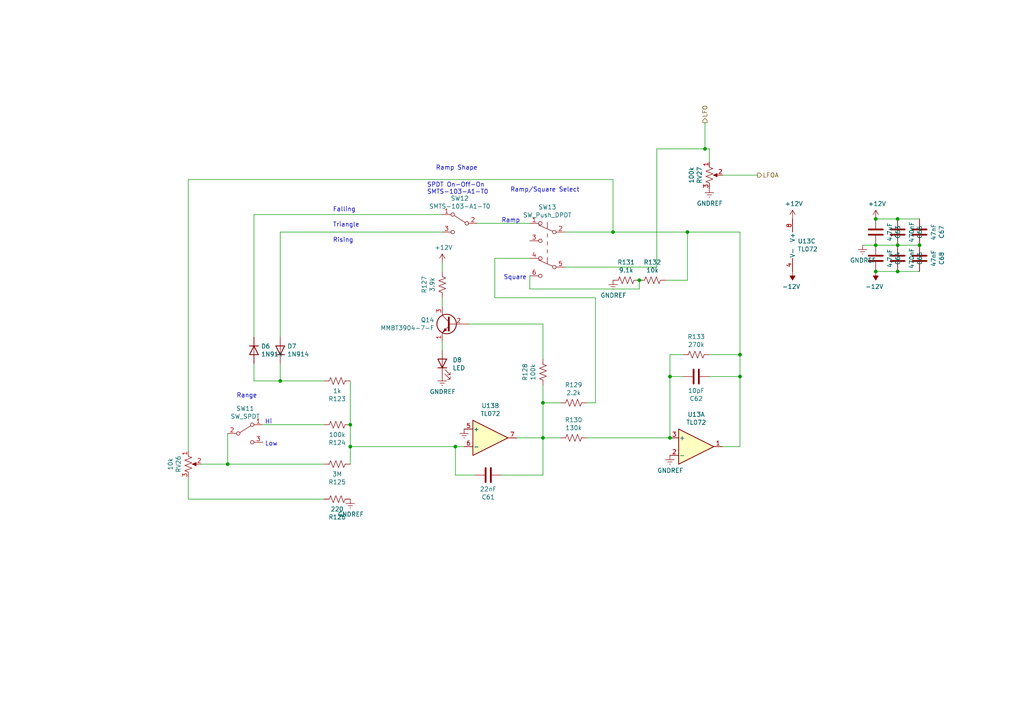
<source format=kicad_sch>
(kicad_sch (version 20230121) (generator eeschema)
  (paper "A4")
  (lib_symbols
    (symbol "Amplifier_Operational:TL072" (pin_names (offset 0.127))
      (property "Reference" "U" (at 0 5.08 0))
      (property "Value" "TL072" (at 0 -5.08 0))
      (symbol "TL072_1_1"
        (polyline (pts (xy -5.08 5.08) (xy 5.08 0) (xy -5.08 -5.08) (xy -5.08 5.08)) (stroke (width 0.254)) (fill (type background)))
        (pin output line (at 7.62 0 180) (length 2.54) (name "~") (number "1"))
        (pin input line (at -7.62 -2.54 0) (length 2.54) (name "-") (number "2"))
        (pin input line (at -7.62 2.54 0) (length 2.54) (name "+") (number "3"))
      )
      (symbol "TL072_2_1"
        (polyline (pts (xy -5.08 5.08) (xy 5.08 0) (xy -5.08 -5.08) (xy -5.08 5.08)) (stroke (width 0.254)) (fill (type background)))
        (pin input line (at -7.62 2.54 0) (length 2.54) (name "+") (number "5"))
        (pin input line (at -7.62 -2.54 0) (length 2.54) (name "-") (number "6"))
        (pin output line (at 7.62 0 180) (length 2.54) (name "~") (number "7"))
      )
      (symbol "TL072_3_1"
        (pin power_in line (at -2.54 -7.62 90) (length 3.81) (name "V-") (number "4"))
        (pin power_in line (at -2.54 7.62 270) (length 3.81) (name "V+") (number "8"))
      )
    )
    (symbol "Device:C" (pin_numbers hide) (pin_names (offset 0.254))
      (property "Reference" "C" (at 0.635 2.54 0))
      (property "Value" "C" (at 0.635 -2.54 0))
      (symbol "C_0_1"
        (polyline (pts (xy -2.032 -0.762) (xy 2.032 -0.762)) (stroke (width 0.508)))
        (polyline (pts (xy -2.032 0.762) (xy 2.032 0.762)) (stroke (width 0.508)))
      )
      (symbol "C_1_1"
        (pin passive line (at 0 3.81 270) (length 2.794) (name "~") (number "1"))
        (pin passive line (at 0 -3.81 90) (length 2.794) (name "~") (number "2"))
      )
    )
    (symbol "Device:D" (pin_numbers hide) (pin_names (offset 1.016) hide)
      (property "Reference" "D" (at 0 2.54 0))
      (property "Value" "D" (at 0 -2.54 0))
      (symbol "D_0_1"
        (polyline (pts (xy -1.27 1.27) (xy -1.27 -1.27)) (stroke (width 0.254)))
        (polyline (pts (xy 1.27 0) (xy -1.27 0)))
        (polyline (pts (xy 1.27 1.27) (xy 1.27 -1.27) (xy -1.27 0) (xy 1.27 1.27)) (stroke (width 0.254)))
      )
      (symbol "D_1_1"
        (pin passive line (at -3.81 0 0) (length 2.54) (name "K") (number "1"))
        (pin passive line (at 3.81 0 180) (length 2.54) (name "A") (number "2"))
      )
    )
    (symbol "Device:LED" (pin_numbers hide) (pin_names (offset 1.016) hide)
      (property "Reference" "D" (at 0 2.54 0))
      (property "Value" "LED" (at 0 -2.54 0))
      (symbol "LED_0_1"
        (polyline (pts (xy -1.27 -1.27) (xy -1.27 1.27)) (stroke (width 0.254)))
        (polyline (pts (xy -1.27 0) (xy 1.27 0)))
        (polyline (pts (xy 1.27 -1.27) (xy 1.27 1.27) (xy -1.27 0) (xy 1.27 -1.27)) (stroke (width 0.254)))
        (polyline (pts (xy -3.048 -0.762) (xy -4.572 -2.286) (xy -3.81 -2.286) (xy -4.572 -2.286) (xy -4.572 -1.524)))
        (polyline (pts (xy -1.778 -0.762) (xy -3.302 -2.286) (xy -2.54 -2.286) (xy -3.302 -2.286) (xy -3.302 -1.524)))
      )
      (symbol "LED_1_1"
        (pin passive line (at -3.81 0 0) (length 2.54) (name "K") (number "1"))
        (pin passive line (at 3.81 0 180) (length 2.54) (name "A") (number "2"))
      )
    )
    (symbol "Device:R_US" (pin_numbers hide) (pin_names (offset 0))
      (property "Reference" "R" (at 2.54 0 90))
      (property "Value" "R_US" (at -2.54 0 90))
      (symbol "R_US_0_1"
        (polyline (pts (xy 0 -2.286) (xy 0 -2.54)))
        (polyline (pts (xy 0 2.286) (xy 0 2.54)))
        (polyline (pts (xy 0 -0.762) (xy 1.016 -1.143) (xy 0 -1.524) (xy -1.016 -1.905) (xy 0 -2.286)))
        (polyline (pts (xy 0 0.762) (xy 1.016 0.381) (xy 0 0) (xy -1.016 -0.381) (xy 0 -0.762)))
        (polyline (pts (xy 0 2.286) (xy 1.016 1.905) (xy 0 1.524) (xy -1.016 1.143) (xy 0 0.762)))
      )
      (symbol "R_US_1_1"
        (pin passive line (at 0 3.81 270) (length 1.27) (name "~") (number "1"))
        (pin passive line (at 0 -3.81 90) (length 1.27) (name "~") (number "2"))
      )
    )
    (symbol "Switch:SW_Push_DPDT" (pin_names (offset 0) hide)
      (property "Reference" "SW" (at 0 8.89 0))
      (property "Value" "SW_Push_DPDT" (at 0 -10.16 0))
      (symbol "SW_Push_DPDT_0_0"
        (circle (center -2.032 -5.08) (radius 0.508))
        (circle (center -2.032 5.08) (radius 0.508))
        (circle (center 2.032 -7.62) (radius 0.508))
        (circle (center 2.032 2.54) (radius 0.508))
      )
      (symbol "SW_Push_DPDT_0_1"
        (polyline (pts (xy -1.524 -4.826) (xy 2.54 -3.048)))
        (polyline (pts (xy -1.524 5.334) (xy 2.54 7.112)))
        (polyline (pts (xy 0 -2.286) (xy 0 -4.064)))
        (polyline (pts (xy 0 -1.016) (xy 0 0)))
        (polyline (pts (xy 0 1.27) (xy 0 2.286)))
        (polyline (pts (xy 0 3.556) (xy 0 4.572)))
        (polyline (pts (xy 0 7.874) (xy 0 6.096)))
        (circle (center 2.032 -2.54) (radius 0.508))
        (circle (center 2.032 7.62) (radius 0.508))
      )
      (symbol "SW_Push_DPDT_1_1"
        (pin passive line (at 5.08 7.62 180) (length 2.54) (name "A") (number "1"))
        (pin passive line (at -5.08 5.08 0) (length 2.54) (name "B") (number "2"))
        (pin passive line (at 5.08 2.54 180) (length 2.54) (name "C") (number "3"))
        (pin passive line (at 5.08 -2.54 180) (length 2.54) (name "A") (number "4"))
        (pin passive line (at -5.08 -5.08 0) (length 2.54) (name "B") (number "5"))
        (pin passive line (at 5.08 -7.62 180) (length 2.54) (name "C") (number "6"))
      )
    )
    (symbol "Switch:SW_SPDT" (pin_names (offset 0) hide)
      (property "Reference" "SW" (at 0 4.318 0))
      (property "Value" "SW_SPDT" (at 0 -5.08 0))
      (symbol "SW_SPDT_0_0"
        (circle (center -2.032 0) (radius 0.508))
        (circle (center 2.032 -2.54) (radius 0.508))
      )
      (symbol "SW_SPDT_0_1"
        (polyline (pts (xy -1.524 0.254) (xy 1.651 2.286)))
        (circle (center 2.032 2.54) (radius 0.508))
      )
      (symbol "SW_SPDT_1_1"
        (pin passive line (at 5.08 2.54 180) (length 2.54) (name "A") (number "1"))
        (pin passive line (at -5.08 0 0) (length 2.54) (name "B") (number "2"))
        (pin passive line (at 5.08 -2.54 180) (length 2.54) (name "C") (number "3"))
      )
    )
    (symbol "SynthProj-rescue:R_POT_US-Device" (pin_names (offset 1.016) hide)
      (property "Reference" "RV" (at -4.445 0 90))
      (property "Value" "Device_R_POT_US" (at -2.54 0 90))
      (symbol "R_POT_US-Device_0_1"
        (polyline (pts (xy 0 -2.286) (xy 0 -2.54)))
        (polyline (pts (xy 0 2.54) (xy 0 2.286)))
        (polyline (pts (xy 2.54 0) (xy 1.524 0)))
        (polyline (pts (xy 1.143 0) (xy 2.286 0.508) (xy 2.286 -0.508) (xy 1.143 0)) (fill (type outline)))
        (polyline (pts (xy 0 -0.762) (xy 1.016 -1.143) (xy 0 -1.524) (xy -1.016 -1.905) (xy 0 -2.286)))
        (polyline (pts (xy 0 0.762) (xy 1.016 0.381) (xy 0 0) (xy -1.016 -0.381) (xy 0 -0.762)))
        (polyline (pts (xy 0 2.286) (xy 1.016 1.905) (xy 0 1.524) (xy -1.016 1.143) (xy 0 0.762)))
      )
      (symbol "R_POT_US-Device_1_1"
        (pin passive line (at 0 3.81 270) (length 1.27) (name "1") (number "1"))
        (pin passive line (at 3.81 0 180) (length 1.27) (name "2") (number "2"))
        (pin passive line (at 0 -3.81 90) (length 1.27) (name "3") (number "3"))
      )
    )
    (symbol "Transistor_BJT:2N3904" (pin_names (offset 0) hide)
      (property "Reference" "Q" (at 5.08 1.905 0))
      (property "Value" "2N3904" (at 5.08 0 0))
      (symbol "2N3904_0_1"
        (polyline (pts (xy 0.635 0.635) (xy 2.54 2.54)))
        (polyline (pts (xy 0.635 -0.635) (xy 2.54 -2.54) (xy 2.54 -2.54)))
        (polyline (pts (xy 0.635 1.905) (xy 0.635 -1.905) (xy 0.635 -1.905)) (stroke (width 0.508)))
        (polyline (pts (xy 1.27 -1.778) (xy 1.778 -1.27) (xy 2.286 -2.286) (xy 1.27 -1.778) (xy 1.27 -1.778)) (fill (type outline)))
        (circle (center 1.27 0) (radius 2.8194) (stroke (width 0.254)))
      )
      (symbol "2N3904_1_1"
        (pin passive line (at 2.54 -5.08 90) (length 2.54) (name "E") (number "1"))
        (pin passive line (at -5.08 0 0) (length 5.715) (name "B") (number "2"))
        (pin passive line (at 2.54 5.08 270) (length 2.54) (name "C") (number "3"))
      )
    )
    (symbol "power:+12V" (power) (pin_names (offset 0))
      (property "Value" "+12V" (at 0 3.556 0))
      (symbol "+12V_0_1"
        (polyline (pts (xy -0.762 1.27) (xy 0 2.54)))
        (polyline (pts (xy 0 0) (xy 0 2.54)))
        (polyline (pts (xy 0 2.54) (xy 0.762 1.27)))
      )
      (symbol "+12V_1_1"
        (pin power_in line (at 0 0 90) (length 0) hide (name "+12V") (number "1"))
      )
    )
    (symbol "power:-12V" (power) (pin_names (offset 0))
      (property "Value" "-12V" (at 0 3.81 0))
      (symbol "-12V_0_0"
        (pin power_in line (at 0 0 90) (length 0) hide (name "-12V") (number "1"))
      )
      (symbol "-12V_0_1"
        (polyline (pts (xy 0 0) (xy 0 1.27) (xy 0.762 1.27) (xy 0 2.54) (xy -0.762 1.27) (xy 0 1.27)) (fill (type outline)))
      )
    )
    (symbol "power:GNDREF" (power) (pin_names (offset 0))
      (property "Value" "GNDREF" (at 0 -3.81 0))
      (symbol "GNDREF_0_1"
        (polyline (pts (xy -0.635 -1.905) (xy 0.635 -1.905)))
        (polyline (pts (xy -0.127 -2.54) (xy 0.127 -2.54)))
        (polyline (pts (xy 0 -1.27) (xy 0 0)))
        (polyline (pts (xy 1.27 -1.27) (xy -1.27 -1.27)))
      )
      (symbol "GNDREF_1_1"
        (pin power_in line (at 0 0 270) (length 0) hide (name "GNDREF") (number "1"))
      )
    )
  )
  (junction (at 157.48 127))
  (junction (at 214.63 109.22))
  (junction (at 194.31 109.22))
  (junction (at 260.35 63.5))
  (junction (at 260.35 71.12))
  (junction (at 81.28 110.49))
  (junction (at 254 71.12))
  (junction (at 194.31 127))
  (junction (at 66.04 134.62))
  (junction (at 101.6 129.54))
  (junction (at 214.63 102.87))
  (junction (at 254 78.74))
  (junction (at 204.47 43.18))
  (junction (at 177.8 67.31))
  (junction (at 260.35 78.74))
  (junction (at 199.39 67.31))
  (junction (at 101.6 123.19))
  (junction (at 185.42 81.28))
  (junction (at 266.7 71.12))
  (junction (at 132.08 129.54))
  (junction (at 254 63.5))
  (junction (at 157.48 116.84))
  (wire (pts (xy 205.74 102.87) (xy 214.63 102.87)))
  (wire (pts (xy 73.66 105.41) (xy 73.66 110.49)))
  (wire (pts (xy 153.67 83.82) (xy 185.42 83.82)))
  (wire (pts (xy 81.28 105.41) (xy 81.28 110.49)))
  (wire (pts (xy 132.08 137.795) (xy 132.08 129.54)))
  (wire (pts (xy 205.74 43.18) (xy 205.74 46.99)))
  (wire (pts (xy 194.31 109.22) (xy 198.12 109.22)))
  (wire (pts (xy 66.04 134.62) (xy 66.04 125.73)))
  (wire (pts (xy 185.42 83.82) (xy 185.42 81.28)))
  (wire (pts (xy 54.61 130.81) (xy 54.61 52.07)))
  (wire (pts (xy 153.67 80.01) (xy 153.67 83.82)))
  (wire (pts (xy 128.27 88.9) (xy 128.27 86.36)))
  (wire (pts (xy 143.51 74.93) (xy 153.67 74.93)))
  (wire (pts (xy 177.8 52.07) (xy 177.8 67.31)))
  (wire (pts (xy 163.83 77.47) (xy 190.5 77.47)))
  (wire (pts (xy 163.83 67.31) (xy 177.8 67.31)))
  (wire (pts (xy 134.62 129.54) (xy 132.08 129.54)))
  (wire (pts (xy 128.27 67.31) (xy 81.28 67.31)))
  (wire (pts (xy 66.04 134.62) (xy 93.98 134.62)))
  (wire (pts (xy 250.19 71.12) (xy 254 71.12)))
  (wire (pts (xy 214.63 102.87) (xy 214.63 109.22)))
  (wire (pts (xy 157.48 111.76) (xy 157.48 116.84)))
  (wire (pts (xy 172.72 86.36) (xy 143.51 86.36)))
  (wire (pts (xy 214.63 109.22) (xy 214.63 129.54)))
  (wire (pts (xy 254 78.74) (xy 260.35 78.74)))
  (wire (pts (xy 260.35 71.12) (xy 266.7 71.12)))
  (wire (pts (xy 143.51 86.36) (xy 143.51 74.93)))
  (wire (pts (xy 157.48 127) (xy 149.86 127)))
  (wire (pts (xy 260.35 63.5) (xy 266.7 63.5)))
  (wire (pts (xy 157.48 127) (xy 162.56 127)))
  (wire (pts (xy 199.39 81.28) (xy 193.04 81.28)))
  (wire (pts (xy 157.48 116.84) (xy 157.48 127)))
  (wire (pts (xy 170.18 116.84) (xy 172.72 116.84)))
  (wire (pts (xy 101.6 123.19) (xy 101.6 129.54)))
  (wire (pts (xy 132.08 129.54) (xy 101.6 129.54)))
  (wire (pts (xy 170.18 127) (xy 194.31 127)))
  (wire (pts (xy 214.63 102.87) (xy 214.63 67.31)))
  (wire (pts (xy 194.31 109.22) (xy 194.31 127)))
  (wire (pts (xy 204.47 43.18) (xy 205.74 43.18)))
  (wire (pts (xy 54.61 52.07) (xy 177.8 52.07)))
  (wire (pts (xy 205.74 109.22) (xy 214.63 109.22)))
  (wire (pts (xy 138.43 64.77) (xy 153.67 64.77)))
  (wire (pts (xy 54.61 144.78) (xy 93.98 144.78)))
  (wire (pts (xy 254 71.12) (xy 260.35 71.12)))
  (wire (pts (xy 157.48 127) (xy 157.48 137.795)))
  (wire (pts (xy 81.28 110.49) (xy 93.98 110.49)))
  (wire (pts (xy 73.66 110.49) (xy 81.28 110.49)))
  (wire (pts (xy 194.31 109.22) (xy 194.31 102.87)))
  (wire (pts (xy 128.27 99.06) (xy 128.27 101.6)))
  (wire (pts (xy 172.72 116.84) (xy 172.72 86.36)))
  (wire (pts (xy 214.63 129.54) (xy 209.55 129.54)))
  (wire (pts (xy 190.5 43.18) (xy 204.47 43.18)))
  (wire (pts (xy 101.6 129.54) (xy 101.6 134.62)))
  (wire (pts (xy 209.55 50.8) (xy 219.71 50.8)))
  (wire (pts (xy 54.61 138.43) (xy 54.61 144.78)))
  (wire (pts (xy 214.63 67.31) (xy 199.39 67.31)))
  (wire (pts (xy 204.47 43.18) (xy 204.47 35.56)))
  (wire (pts (xy 162.56 116.84) (xy 157.48 116.84)))
  (wire (pts (xy 260.35 78.74) (xy 266.7 78.74)))
  (wire (pts (xy 101.6 110.49) (xy 101.6 123.19)))
  (wire (pts (xy 58.42 134.62) (xy 66.04 134.62)))
  (wire (pts (xy 135.89 93.98) (xy 157.48 93.98)))
  (wire (pts (xy 194.31 102.87) (xy 198.12 102.87)))
  (wire (pts (xy 81.28 67.31) (xy 81.28 97.79)))
  (wire (pts (xy 73.66 62.23) (xy 128.27 62.23)))
  (wire (pts (xy 157.48 137.795) (xy 145.415 137.795)))
  (wire (pts (xy 177.8 67.31) (xy 199.39 67.31)))
  (wire (pts (xy 128.27 78.74) (xy 128.27 76.2)))
  (wire (pts (xy 137.795 137.795) (xy 132.08 137.795)))
  (wire (pts (xy 73.66 97.79) (xy 73.66 62.23)))
  (wire (pts (xy 199.39 67.31) (xy 199.39 81.28)))
  (wire (pts (xy 190.5 77.47) (xy 190.5 43.18)))
  (wire (pts (xy 254 63.5) (xy 260.35 63.5)))
  (wire (pts (xy 157.48 93.98) (xy 157.48 104.14)))
  (wire (pts (xy 76.2 123.19) (xy 93.98 123.19)))
  (text "Triangle" (at 96.52 66.04 0) (effects (font (size 1.27 1.27)) (justify left bottom)))
  (text "Ramp" (at 145.415 64.77 0) (effects (font (size 1.27 1.27)) (justify left bottom)))
  (text "Square" (at 146.05 81.28 0) (effects (font (size 1.27 1.27)) (justify left bottom)))
  (text "Hi" (at 76.835 123.19 0) (effects (font (size 1.27 1.27)) (justify left bottom)))
  (text "Falling" (at 96.52 61.595 0) (effects (font (size 1.27 1.27)) (justify left bottom)))
  (text "Ramp/Square Select" (at 147.955 55.88 0) (effects (font (size 1.27 1.27)) (justify left bottom)))
  (text "Rising" (at 96.52 70.485 0) (effects (font (size 1.27 1.27)) (justify left bottom)))
  (text "Low" (at 76.835 129.54 0) (effects (font (size 1.27 1.27)) (justify left bottom)))
  (text "SPDT On-Off-On \nSMTS-103-A1-T0" (at 123.825 56.515 0) (effects (font (size 1.27 1.27)) (justify left bottom)))
  (text "Range" (at 68.58 115.57 0) (effects (font (size 1.27 1.27)) (justify left bottom)))
  (text "Ramp Shape" (at 126.365 49.53 0) (effects (font (size 1.27 1.27)) (justify left bottom)))
  (hierarchical_label "LFO" (shape output) (at 204.47 35.56 90))
  (hierarchical_label "LFOA" (shape output) (at 219.71 50.8 0))
  (symbol (lib_id "power:+12V") (at 254 63.5 0) (unit 1)
    (property "Reference" "#PWR0174" (effects hide))
    (property "Value" "+12V" (at 254.381 59.1058 0))
    (instances (project "SynthProj" (path "" (reference "#PWR0174") (unit 1)) (path "" (reference "#PWR0253") (unit 1))))
  )
  (symbol (lib_id "power:-12V") (at 254 78.74 180) (unit 1)
    (property "Reference" "#PWR0175" (effects hide))
    (property "Value" "-12V" (at 253.619 83.1342 0))
    (instances (project "SynthProj" (path "" (reference "#PWR0175") (unit 1)) (path "" (reference "#PWR0254") (unit 1))))
  )
  (symbol (lib_id "Device:C") (at 254 67.31 180) (unit 1)
    (property "Reference" "C63" (at 260.4008 67.31 90))
    (property "Value" "4.7uF" (at 258.0894 67.31 90))
    (property "Footprint" "Capacitor_SMD:C_0805_2012Metric" (effects hide))
    (instances (project "SynthProj" (path "" (reference "C63") (unit 1)) (path "" (reference "C108") (unit 1))))
  )
  (symbol (lib_id "Device:C") (at 260.35 67.31 180) (unit 1)
    (property "Reference" "C65" (at 266.7508 67.31 90))
    (property "Value" "470nF" (at 264.4394 67.31 90))
    (property "Footprint" "Capacitor_SMD:C_0805_2012Metric" (effects hide))
    (instances (project "SynthProj" (path "" (reference "C65") (unit 1)) (path "" (reference "C110") (unit 1))))
  )
  (symbol (lib_id "Device:C") (at 266.7 67.31 180) (unit 1)
    (property "Reference" "C67" (at 273.1008 67.31 90))
    (property "Value" "47nF" (at 270.7894 67.31 90))
    (property "Footprint" "Capacitor_SMD:C_0603_1608Metric" (effects hide))
    (instances (project "SynthProj" (path "" (reference "C67") (unit 1)) (path "" (reference "C?") (unit 1)) (path "" (reference "C112") (unit 1))))
  )
  (symbol (lib_id "Device:C") (at 254 74.93 180) (unit 1)
    (property "Reference" "C64" (at 260.4008 74.93 90))
    (property "Value" "4.7uF" (at 258.0894 74.93 90))
    (property "Footprint" "Capacitor_SMD:C_0805_2012Metric" (effects hide))
    (instances (project "SynthProj" (path "" (reference "C64") (unit 1)) (path "" (reference "C109") (unit 1))))
  )
  (symbol (lib_id "Device:C") (at 260.35 74.93 180) (unit 1)
    (property "Reference" "C66" (at 266.7508 74.93 90))
    (property "Value" "470nF" (at 264.4394 74.93 90))
    (property "Footprint" "Capacitor_SMD:C_0805_2012Metric" (effects hide))
    (instances (project "SynthProj" (path "" (reference "C66") (unit 1)) (path "" (reference "C111") (unit 1))))
  )
  (symbol (lib_id "Device:C") (at 266.7 74.93 180) (unit 1)
    (property "Reference" "C68" (at 273.1008 74.93 90))
    (property "Value" "47nF" (at 270.7894 74.93 90))
    (property "Footprint" "Capacitor_SMD:C_0603_1608Metric" (effects hide))
    (instances (project "SynthProj" (path "" (reference "C68") (unit 1)) (path "" (reference "C113") (unit 1))))
  )
  (symbol (lib_id "Amplifier_Operational:TL072") (at 201.93 129.54 0) (unit 1)
    (property "Reference" "U13" (at 201.93 120.2182 0))
    (property "Value" "TL072" (at 201.93 122.5296 0))
    (property "Footprint" "Package_SO:SOP-8_3.9x4.9mm_P1.27mm" (effects hide))
    (property "Datasheet" "http://www.ti.com/lit/ds/symlink/tl071.pdf" (effects hide))
    (instances (project "SynthProj" (path "" (reference "U13") (unit 1)) (path "" (reference "U?") (unit 1)) (path "" (reference "U20") (unit 1))))
  )
  (symbol (lib_id "Transistor_BJT:2N3904") (at 130.81 93.98 0) (mirror y) (unit 1)
    (property "Reference" "Q14" (at 125.984 92.8116 0) (effects (justify left)))
    (property "Value" "MMBT3904-7-F" (at 125.984 95.123 0) (effects (justify left)))
    (property "Footprint" "Package_TO_SOT_SMD:SOT-23-3" (effects hide))
    (property "Datasheet" "https://www.onsemi.com/pub/Collateral/2N3903-D.PDF" (effects hide))
    (instances (project "SynthProj" (path "" (reference "Q14") (unit 1)) (path "" (reference "Q?") (unit 1)) (path "" (reference "Q27") (unit 1))))
  )
  (symbol (lib_id "Device:D") (at 73.66 101.6 270) (unit 1)
    (property "Reference" "D6" (at 75.692 100.4316 90) (effects (justify left)))
    (property "Value" "1N914" (at 75.692 102.743 90) (effects (justify left)))
    (property "Footprint" "Diode_SMD:D_SOD-323F" (effects hide))
    (instances (project "SynthProj" (path "" (reference "D6") (unit 1)) (path "" (reference "D36") (unit 1))))
  )
  (symbol (lib_id "Device:D") (at 81.28 101.6 90) (unit 1)
    (property "Reference" "D7" (at 83.312 100.4316 90) (effects (justify right)))
    (property "Value" "1N914" (at 83.312 102.743 90) (effects (justify right)))
    (property "Footprint" "Diode_SMD:D_SOD-323F" (effects hide))
    (instances (project "SynthProj" (path "" (reference "D7") (unit 1)) (path "" (reference "D37") (unit 1))))
  )
  (symbol (lib_id "Device:R_US") (at 97.79 110.49 90) (unit 1)
    (property "Reference" "R123" (at 97.79 115.697 90))
    (property "Value" "1k" (at 97.79 113.3856 90))
    (property "Footprint" "Resistor_SMD:R_0603_1608Metric" (effects hide))
    (instances (project "SynthProj" (path "" (reference "R123") (unit 1)) (path "" (reference "R?") (unit 1)) (path "" (reference "R211") (unit 1))))
  )
  (symbol (lib_id "Amplifier_Operational:TL072") (at 142.24 127 0) (unit 2)
    (property "Reference" "U13" (at 142.24 117.6782 0))
    (property "Value" "TL072" (at 142.24 119.9896 0))
    (property "Footprint" "Package_SO:SO-8_3.9x4.9mm_P1.27mm" (effects hide))
    (property "Datasheet" "http://www.ti.com/lit/ds/symlink/tl071.pdf" (effects hide))
    (instances (project "SynthProj" (path "" (reference "U13") (unit 2)) (path "" (reference "U20") (unit 2))))
  )
  (symbol (lib_id "power:+12V") (at 128.27 76.2 0) (unit 1)
    (property "Reference" "#PWR0165" (effects hide))
    (property "Value" "+12V" (at 128.651 71.8058 0))
    (instances (project "SynthProj" (path "" (reference "#PWR0165") (unit 1)) (path "" (reference "#PWR?") (unit 1)) (path "" (reference "#PWR0244") (unit 1))))
  )
  (symbol (lib_id "Device:R_US") (at 128.27 82.55 0) (unit 1)
    (property "Reference" "R127" (at 123.063 82.55 90))
    (property "Value" "3.9k" (at 125.3744 82.55 90))
    (property "Footprint" "Resistor_SMD:R_0603_1608Metric" (effects hide))
    (instances (project "SynthProj" (path "" (reference "R127") (unit 1)) (path "" (reference "R?") (unit 1)) (path "" (reference "R215") (unit 1))))
  )
  (symbol (lib_id "Device:LED") (at 128.27 105.41 90) (unit 1)
    (property "Reference" "D8" (at 131.2672 104.4194 90) (effects (justify right)))
    (property "Value" "LED" (at 131.2672 106.7308 90) (effects (justify right)))
    (property "Footprint" "LED_THT:LED_D3.0mm" (effects hide))
    (instances (project "SynthProj" (path "" (reference "D8") (unit 1)) (path "" (reference "D38") (unit 1))))
  )
  (symbol (lib_id "power:GNDREF") (at 128.27 109.22 0) (unit 1)
    (property "Reference" "#PWR0166" (effects hide))
    (property "Value" "GNDREF" (at 128.397 113.6142 0))
    (instances (project "SynthProj" (path "" (reference "#PWR0166") (unit 1)) (path "" (reference "#PWR?") (unit 1)) (path "" (reference "#PWR0245") (unit 1))))
  )
  (symbol (lib_id "Device:R_US") (at 157.48 107.95 0) (unit 1)
    (property "Reference" "R128" (at 152.273 107.95 90))
    (property "Value" "100k" (at 154.5844 107.95 90))
    (property "Footprint" "Resistor_SMD:R_0603_1608Metric" (effects hide))
    (instances (project "SynthProj" (path "" (reference "R128") (unit 1)) (path "" (reference "R?") (unit 1)) (path "" (reference "R216") (unit 1))))
  )
  (symbol (lib_id "Device:R_US") (at 166.37 116.84 270) (unit 1)
    (property "Reference" "R129" (at 166.37 111.633 90))
    (property "Value" "2.2k" (at 166.37 113.9444 90))
    (property "Footprint" "Resistor_SMD:R_0603_1608Metric" (effects hide))
    (instances (project "SynthProj" (path "" (reference "R129") (unit 1)) (path "" (reference "R?") (unit 1)) (path "" (reference "R217") (unit 1))))
  )
  (symbol (lib_id "Device:R_US") (at 166.37 127 270) (unit 1)
    (property "Reference" "R130" (at 166.37 121.793 90))
    (property "Value" "130k" (at 166.37 124.1044 90))
    (property "Footprint" "Resistor_SMD:R_0603_1608Metric" (effects hide))
    (instances (project "SynthProj" (path "" (reference "R130") (unit 1)) (path "" (reference "R?") (unit 1)) (path "" (reference "R218") (unit 1))))
  )
  (symbol (lib_id "Device:C") (at 201.93 109.22 90) (unit 1)
    (property "Reference" "C62" (at 201.93 115.6208 90))
    (property "Value" "10pF" (at 201.93 113.3094 90))
    (property "Footprint" "Capacitor_SMD:C_0603_1608Metric" (effects hide))
    (instances (project "SynthProj" (path "" (reference "C62") (unit 1)) (path "" (reference "C?") (unit 1)) (path "" (reference "C107") (unit 1))))
  )
  (symbol (lib_id "Device:R_US") (at 201.93 102.87 270) (unit 1)
    (property "Reference" "R133" (at 201.93 97.663 90))
    (property "Value" "270k" (at 201.93 99.9744 90))
    (property "Footprint" "Resistor_SMD:R_0603_1608Metric" (effects hide))
    (instances (project "SynthProj" (path "" (reference "R133") (unit 1)) (path "" (reference "R?") (unit 1)) (path "" (reference "R221") (unit 1))))
  )
  (symbol (lib_id "Switch:SW_Push_DPDT") (at 158.75 72.39 0) (mirror y) (unit 1)
    (property "Reference" "SW13" (at 158.75 60.071 0))
    (property "Value" "SW_Push_DPDT" (at 158.75 62.3824 0))
    (property "Footprint" "SynthProjConnectors:SMTS-202" (effects hide))
    (instances (project "SynthProj" (path "" (reference "SW13") (unit 1)) (path "" (reference "SW28") (unit 1))))
  )
  (symbol (lib_id "Device:R_US") (at 97.79 123.19 90) (unit 1)
    (property "Reference" "R124" (at 97.79 128.397 90))
    (property "Value" "100k" (at 97.79 126.0856 90))
    (property "Footprint" "Resistor_SMD:R_0603_1608Metric" (effects hide))
    (instances (project "SynthProj" (path "" (reference "R124") (unit 1)) (path "" (reference "R?") (unit 1)) (path "" (reference "R212") (unit 1))))
  )
  (symbol (lib_id "Device:R_US") (at 97.79 134.62 90) (unit 1)
    (property "Reference" "R125" (at 97.79 139.827 90))
    (property "Value" "3M" (at 97.79 137.5156 90))
    (property "Footprint" "Resistor_SMD:R_0603_1608Metric" (effects hide))
    (instances (project "SynthProj" (path "" (reference "R125") (unit 1)) (path "" (reference "R?") (unit 1)) (path "" (reference "R213") (unit 1))))
  )
  (symbol (lib_id "Device:R_US") (at 97.79 144.78 90) (unit 1)
    (property "Reference" "R126" (at 97.79 149.987 90))
    (property "Value" "220" (at 97.79 147.6756 90))
    (property "Footprint" "Resistor_SMD:R_0603_1608Metric" (effects hide))
    (instances (project "SynthProj" (path "" (reference "R126") (unit 1)) (path "" (reference "R?") (unit 1)) (path "" (reference "R214") (unit 1))))
  )
  (symbol (lib_id "power:GNDREF") (at 101.6 144.78 0) (unit 1)
    (property "Reference" "#PWR0164" (effects hide))
    (property "Value" "GNDREF" (at 101.727 149.1742 0))
    (instances (project "SynthProj" (path "" (reference "#PWR0164") (unit 1)) (path "" (reference "#PWR?") (unit 1)) (path "" (reference "#PWR0243") (unit 1))))
  )
  (symbol (lib_id "SynthProj-rescue:R_POT_US-Device") (at 54.61 134.62 0) (unit 1)
    (property "Reference" "RV26" (at 51.7398 134.62 90))
    (property "Value" "10k" (at 49.4284 134.62 90))
    (property "Footprint" "Potentiometer_THT:Potentiometer_Alps_RK09K_Single_Vertical" (effects hide))
    (instances (project "SynthProj" (path "" (reference "RV26") (unit 1)) (path "" (reference "RV?") (unit 1)) (path "" (reference "RV?") (unit 1)) (path "" (reference "RV48") (unit 1))))
  )
  (symbol (lib_id "Switch:SW_SPDT") (at 71.12 125.73 0) (unit 1)
    (property "Reference" "SW11" (at 71.12 118.491 0))
    (property "Value" "SW_SPDT" (at 71.12 120.8024 0))
    (property "Footprint" "SynthProjConnectors:SMTS-102" (effects hide))
    (instances (project "SynthProj" (path "" (reference "SW11") (unit 1)) (path "" (reference "SW26") (unit 1))))
  )
  (symbol (lib_id "power:GNDREF") (at 134.62 124.46 0) (unit 1)
    (property "Reference" "#PWR0167" (effects hide))
    (property "Value" "GNDREF" (effects hide))
    (instances (project "SynthProj" (path "" (reference "#PWR0167") (unit 1)) (path "" (reference "#PWR?") (unit 1)) (path "" (reference "#PWR0246") (unit 1))))
  )
  (symbol (lib_id "Device:R_US") (at 181.61 81.28 270) (unit 1)
    (property "Reference" "R131" (at 181.61 76.073 90))
    (property "Value" "9.1k" (at 181.61 78.3844 90))
    (property "Footprint" "Resistor_SMD:R_0603_1608Metric" (effects hide))
    (instances (project "SynthProj" (path "" (reference "R131") (unit 1)) (path "" (reference "R?") (unit 1)) (path "" (reference "R219") (unit 1))))
  )
  (symbol (lib_id "Device:R_US") (at 189.23 81.28 270) (unit 1)
    (property "Reference" "R132" (at 189.23 76.073 90))
    (property "Value" "10k" (at 189.23 78.3844 90))
    (property "Footprint" "Resistor_SMD:R_0603_1608Metric" (effects hide))
    (instances (project "SynthProj" (path "" (reference "R132") (unit 1)) (path "" (reference "R?") (unit 1)) (path "" (reference "R220") (unit 1))))
  )
  (symbol (lib_id "power:GNDREF") (at 177.8 81.28 0) (unit 1)
    (property "Reference" "#PWR0168" (effects hide))
    (property "Value" "GNDREF" (at 177.927 85.6742 0))
    (instances (project "SynthProj" (path "" (reference "#PWR0168") (unit 1)) (path "" (reference "#PWR?") (unit 1)) (path "" (reference "#PWR0247") (unit 1))))
  )
  (symbol (lib_id "SynthProj-rescue:R_POT_US-Device") (at 205.74 50.8 0) (unit 1)
    (property "Reference" "RV27" (at 202.8698 50.8 90))
    (property "Value" "100k" (at 200.5584 50.8 90))
    (property "Footprint" "Potentiometer_THT:Potentiometer_Alps_RK09K_Single_Vertical" (effects hide))
    (instances (project "SynthProj" (path "" (reference "RV27") (unit 1)) (path "" (reference "RV?") (unit 1)) (path "" (reference "RV?") (unit 1)) (path "" (reference "RV49") (unit 1))))
  )
  (symbol (lib_id "power:GNDREF") (at 205.74 54.61 0) (unit 1)
    (property "Reference" "#PWR0170" (effects hide))
    (property "Value" "GNDREF" (at 205.867 59.0042 0))
    (instances (project "SynthProj" (path "" (reference "#PWR0170") (unit 1)) (path "" (reference "#PWR?") (unit 1)) (path "" (reference "#PWR0249") (unit 1))))
  )
  (symbol (lib_id "power:GNDREF") (at 250.19 71.12 0) (unit 1)
    (property "Reference" "#PWR0173" (effects hide))
    (property "Value" "GNDREF" (at 250.317 75.5142 0))
    (instances (project "SynthProj" (path "" (reference "#PWR0173") (unit 1)) (path "" (reference "#PWR?") (unit 1)) (path "" (reference "#PWR0252") (unit 1))))
  )
  (symbol (lib_id "Device:C") (at 141.605 137.795 90) (unit 1)
    (property "Reference" "C61" (at 141.605 144.1958 90))
    (property "Value" "22nF" (at 141.605 141.8844 90))
    (property "Footprint" "Capacitor_SMD:C_0603_1608Metric" (effects hide))
    (instances (project "SynthProj" (path "" (reference "C61") (unit 1)) (path "" (reference "C?") (unit 1)) (path "" (reference "C106") (unit 1))))
  )
  (symbol (lib_id "power:-12V") (at 229.87 78.74 180) (unit 1)
    (property "Reference" "#PWR0200" (effects hide))
    (property "Value" "-12V" (at 229.489 83.1342 0))
    (instances (project "SynthProj" (path "" (reference "#PWR0200") (unit 1)) (path "" (reference "#PWR?") (unit 1)) (path "" (reference "#PWR015") (unit 1)) (path "" (reference "#PWR0251") (unit 1))))
  )
  (symbol (lib_id "Amplifier_Operational:TL072") (at 232.41 71.12 0) (unit 3)
    (property "Reference" "U13" (at 231.3432 69.9516 0) (effects (justify left)))
    (property "Value" "TL072" (at 231.3432 72.263 0) (effects (justify left)))
    (property "Footprint" "Package_SO:SOP-8_3.9x4.9mm_P1.27mm" (effects hide))
    (property "Datasheet" "http://www.ti.com/lit/ds/symlink/tl071.pdf" (effects hide))
    (instances (project "SynthProj" (path "" (reference "U13") (unit 3)) (path "" (reference "U?") (unit 3)) (path "" (reference "U13") (unit 3)) (path "" (reference "U20") (unit 3))))
  )
  (symbol (lib_id "Switch:SW_SPDT") (at 133.35 64.77 0) (mirror y) (unit 1)
    (property "Reference" "SW12" (at 133.35 57.531 0))
    (property "Value" "SMTS-103-A1-T0" (at 133.35 59.8424 0))
    (property "Footprint" "SynthProjConnectors:SMTS-102" (effects hide))
    (instances (project "SynthProj" (path "" (reference "SW12") (unit 1)) (path "" (reference "SW27") (unit 1))))
  )
  (symbol (lib_id "power:+12V") (at 229.87 63.5 0) (unit 1)
    (property "Reference" "#PWR0199" (effects hide))
    (property "Value" "+12V" (at 230.251 59.1058 0))
    (instances (project "SynthProj" (path "" (reference "#PWR0199") (unit 1)) (path "" (reference "#PWR?") (unit 1)) (path "" (reference "#PWR05") (unit 1)) (path "" (reference "#PWR0250") (unit 1))))
  )
  (symbol (lib_id "power:GNDREF") (at 194.31 132.08 0) (unit 1)
    (property "Reference" "#PWR0169" (effects hide))
    (property "Value" "GNDREF" (at 194.437 136.4742 0))
    (instances (project "SynthProj" (path "" (reference "#PWR0169") (unit 1)) (path "" (reference "#PWR?") (unit 1)) (path "" (reference "#PWR0248") (unit 1))))
  )
)
</source>
